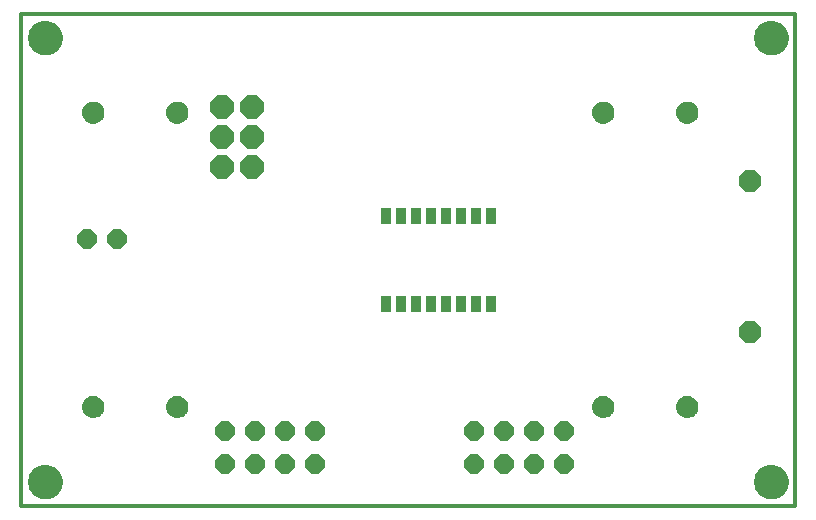
<source format=gbs>
G75*
%MOIN*%
%OFA0B0*%
%FSLAX25Y25*%
%IPPOS*%
%LPD*%
%AMOC8*
5,1,8,0,0,1.08239X$1,22.5*
%
%ADD10C,0.00000*%
%ADD11C,0.11424*%
%ADD12C,0.01200*%
%ADD13OC8,0.06400*%
%ADD14C,0.00500*%
%ADD15OC8,0.07800*%
%ADD16OC8,0.07400*%
%ADD17R,0.03400X0.05400*%
D10*
X0004288Y0009800D02*
X0004290Y0009948D01*
X0004296Y0010096D01*
X0004306Y0010244D01*
X0004320Y0010391D01*
X0004338Y0010538D01*
X0004359Y0010684D01*
X0004385Y0010830D01*
X0004415Y0010975D01*
X0004448Y0011119D01*
X0004486Y0011262D01*
X0004527Y0011404D01*
X0004572Y0011545D01*
X0004620Y0011685D01*
X0004673Y0011824D01*
X0004729Y0011961D01*
X0004789Y0012096D01*
X0004852Y0012230D01*
X0004919Y0012362D01*
X0004990Y0012492D01*
X0005064Y0012620D01*
X0005141Y0012746D01*
X0005222Y0012870D01*
X0005306Y0012992D01*
X0005393Y0013111D01*
X0005484Y0013228D01*
X0005578Y0013343D01*
X0005674Y0013455D01*
X0005774Y0013565D01*
X0005876Y0013671D01*
X0005982Y0013775D01*
X0006090Y0013876D01*
X0006201Y0013974D01*
X0006314Y0014070D01*
X0006430Y0014162D01*
X0006548Y0014251D01*
X0006669Y0014336D01*
X0006792Y0014419D01*
X0006917Y0014498D01*
X0007044Y0014574D01*
X0007173Y0014646D01*
X0007304Y0014715D01*
X0007437Y0014780D01*
X0007572Y0014841D01*
X0007708Y0014899D01*
X0007845Y0014954D01*
X0007984Y0015004D01*
X0008125Y0015051D01*
X0008266Y0015094D01*
X0008409Y0015134D01*
X0008553Y0015169D01*
X0008697Y0015201D01*
X0008843Y0015228D01*
X0008989Y0015252D01*
X0009136Y0015272D01*
X0009283Y0015288D01*
X0009430Y0015300D01*
X0009578Y0015308D01*
X0009726Y0015312D01*
X0009874Y0015312D01*
X0010022Y0015308D01*
X0010170Y0015300D01*
X0010317Y0015288D01*
X0010464Y0015272D01*
X0010611Y0015252D01*
X0010757Y0015228D01*
X0010903Y0015201D01*
X0011047Y0015169D01*
X0011191Y0015134D01*
X0011334Y0015094D01*
X0011475Y0015051D01*
X0011616Y0015004D01*
X0011755Y0014954D01*
X0011892Y0014899D01*
X0012028Y0014841D01*
X0012163Y0014780D01*
X0012296Y0014715D01*
X0012427Y0014646D01*
X0012556Y0014574D01*
X0012683Y0014498D01*
X0012808Y0014419D01*
X0012931Y0014336D01*
X0013052Y0014251D01*
X0013170Y0014162D01*
X0013286Y0014070D01*
X0013399Y0013974D01*
X0013510Y0013876D01*
X0013618Y0013775D01*
X0013724Y0013671D01*
X0013826Y0013565D01*
X0013926Y0013455D01*
X0014022Y0013343D01*
X0014116Y0013228D01*
X0014207Y0013111D01*
X0014294Y0012992D01*
X0014378Y0012870D01*
X0014459Y0012746D01*
X0014536Y0012620D01*
X0014610Y0012492D01*
X0014681Y0012362D01*
X0014748Y0012230D01*
X0014811Y0012096D01*
X0014871Y0011961D01*
X0014927Y0011824D01*
X0014980Y0011685D01*
X0015028Y0011545D01*
X0015073Y0011404D01*
X0015114Y0011262D01*
X0015152Y0011119D01*
X0015185Y0010975D01*
X0015215Y0010830D01*
X0015241Y0010684D01*
X0015262Y0010538D01*
X0015280Y0010391D01*
X0015294Y0010244D01*
X0015304Y0010096D01*
X0015310Y0009948D01*
X0015312Y0009800D01*
X0015310Y0009652D01*
X0015304Y0009504D01*
X0015294Y0009356D01*
X0015280Y0009209D01*
X0015262Y0009062D01*
X0015241Y0008916D01*
X0015215Y0008770D01*
X0015185Y0008625D01*
X0015152Y0008481D01*
X0015114Y0008338D01*
X0015073Y0008196D01*
X0015028Y0008055D01*
X0014980Y0007915D01*
X0014927Y0007776D01*
X0014871Y0007639D01*
X0014811Y0007504D01*
X0014748Y0007370D01*
X0014681Y0007238D01*
X0014610Y0007108D01*
X0014536Y0006980D01*
X0014459Y0006854D01*
X0014378Y0006730D01*
X0014294Y0006608D01*
X0014207Y0006489D01*
X0014116Y0006372D01*
X0014022Y0006257D01*
X0013926Y0006145D01*
X0013826Y0006035D01*
X0013724Y0005929D01*
X0013618Y0005825D01*
X0013510Y0005724D01*
X0013399Y0005626D01*
X0013286Y0005530D01*
X0013170Y0005438D01*
X0013052Y0005349D01*
X0012931Y0005264D01*
X0012808Y0005181D01*
X0012683Y0005102D01*
X0012556Y0005026D01*
X0012427Y0004954D01*
X0012296Y0004885D01*
X0012163Y0004820D01*
X0012028Y0004759D01*
X0011892Y0004701D01*
X0011755Y0004646D01*
X0011616Y0004596D01*
X0011475Y0004549D01*
X0011334Y0004506D01*
X0011191Y0004466D01*
X0011047Y0004431D01*
X0010903Y0004399D01*
X0010757Y0004372D01*
X0010611Y0004348D01*
X0010464Y0004328D01*
X0010317Y0004312D01*
X0010170Y0004300D01*
X0010022Y0004292D01*
X0009874Y0004288D01*
X0009726Y0004288D01*
X0009578Y0004292D01*
X0009430Y0004300D01*
X0009283Y0004312D01*
X0009136Y0004328D01*
X0008989Y0004348D01*
X0008843Y0004372D01*
X0008697Y0004399D01*
X0008553Y0004431D01*
X0008409Y0004466D01*
X0008266Y0004506D01*
X0008125Y0004549D01*
X0007984Y0004596D01*
X0007845Y0004646D01*
X0007708Y0004701D01*
X0007572Y0004759D01*
X0007437Y0004820D01*
X0007304Y0004885D01*
X0007173Y0004954D01*
X0007044Y0005026D01*
X0006917Y0005102D01*
X0006792Y0005181D01*
X0006669Y0005264D01*
X0006548Y0005349D01*
X0006430Y0005438D01*
X0006314Y0005530D01*
X0006201Y0005626D01*
X0006090Y0005724D01*
X0005982Y0005825D01*
X0005876Y0005929D01*
X0005774Y0006035D01*
X0005674Y0006145D01*
X0005578Y0006257D01*
X0005484Y0006372D01*
X0005393Y0006489D01*
X0005306Y0006608D01*
X0005222Y0006730D01*
X0005141Y0006854D01*
X0005064Y0006980D01*
X0004990Y0007108D01*
X0004919Y0007238D01*
X0004852Y0007370D01*
X0004789Y0007504D01*
X0004729Y0007639D01*
X0004673Y0007776D01*
X0004620Y0007915D01*
X0004572Y0008055D01*
X0004527Y0008196D01*
X0004486Y0008338D01*
X0004448Y0008481D01*
X0004415Y0008625D01*
X0004385Y0008770D01*
X0004359Y0008916D01*
X0004338Y0009062D01*
X0004320Y0009209D01*
X0004306Y0009356D01*
X0004296Y0009504D01*
X0004290Y0009652D01*
X0004288Y0009800D01*
X0004288Y0157800D02*
X0004290Y0157948D01*
X0004296Y0158096D01*
X0004306Y0158244D01*
X0004320Y0158391D01*
X0004338Y0158538D01*
X0004359Y0158684D01*
X0004385Y0158830D01*
X0004415Y0158975D01*
X0004448Y0159119D01*
X0004486Y0159262D01*
X0004527Y0159404D01*
X0004572Y0159545D01*
X0004620Y0159685D01*
X0004673Y0159824D01*
X0004729Y0159961D01*
X0004789Y0160096D01*
X0004852Y0160230D01*
X0004919Y0160362D01*
X0004990Y0160492D01*
X0005064Y0160620D01*
X0005141Y0160746D01*
X0005222Y0160870D01*
X0005306Y0160992D01*
X0005393Y0161111D01*
X0005484Y0161228D01*
X0005578Y0161343D01*
X0005674Y0161455D01*
X0005774Y0161565D01*
X0005876Y0161671D01*
X0005982Y0161775D01*
X0006090Y0161876D01*
X0006201Y0161974D01*
X0006314Y0162070D01*
X0006430Y0162162D01*
X0006548Y0162251D01*
X0006669Y0162336D01*
X0006792Y0162419D01*
X0006917Y0162498D01*
X0007044Y0162574D01*
X0007173Y0162646D01*
X0007304Y0162715D01*
X0007437Y0162780D01*
X0007572Y0162841D01*
X0007708Y0162899D01*
X0007845Y0162954D01*
X0007984Y0163004D01*
X0008125Y0163051D01*
X0008266Y0163094D01*
X0008409Y0163134D01*
X0008553Y0163169D01*
X0008697Y0163201D01*
X0008843Y0163228D01*
X0008989Y0163252D01*
X0009136Y0163272D01*
X0009283Y0163288D01*
X0009430Y0163300D01*
X0009578Y0163308D01*
X0009726Y0163312D01*
X0009874Y0163312D01*
X0010022Y0163308D01*
X0010170Y0163300D01*
X0010317Y0163288D01*
X0010464Y0163272D01*
X0010611Y0163252D01*
X0010757Y0163228D01*
X0010903Y0163201D01*
X0011047Y0163169D01*
X0011191Y0163134D01*
X0011334Y0163094D01*
X0011475Y0163051D01*
X0011616Y0163004D01*
X0011755Y0162954D01*
X0011892Y0162899D01*
X0012028Y0162841D01*
X0012163Y0162780D01*
X0012296Y0162715D01*
X0012427Y0162646D01*
X0012556Y0162574D01*
X0012683Y0162498D01*
X0012808Y0162419D01*
X0012931Y0162336D01*
X0013052Y0162251D01*
X0013170Y0162162D01*
X0013286Y0162070D01*
X0013399Y0161974D01*
X0013510Y0161876D01*
X0013618Y0161775D01*
X0013724Y0161671D01*
X0013826Y0161565D01*
X0013926Y0161455D01*
X0014022Y0161343D01*
X0014116Y0161228D01*
X0014207Y0161111D01*
X0014294Y0160992D01*
X0014378Y0160870D01*
X0014459Y0160746D01*
X0014536Y0160620D01*
X0014610Y0160492D01*
X0014681Y0160362D01*
X0014748Y0160230D01*
X0014811Y0160096D01*
X0014871Y0159961D01*
X0014927Y0159824D01*
X0014980Y0159685D01*
X0015028Y0159545D01*
X0015073Y0159404D01*
X0015114Y0159262D01*
X0015152Y0159119D01*
X0015185Y0158975D01*
X0015215Y0158830D01*
X0015241Y0158684D01*
X0015262Y0158538D01*
X0015280Y0158391D01*
X0015294Y0158244D01*
X0015304Y0158096D01*
X0015310Y0157948D01*
X0015312Y0157800D01*
X0015310Y0157652D01*
X0015304Y0157504D01*
X0015294Y0157356D01*
X0015280Y0157209D01*
X0015262Y0157062D01*
X0015241Y0156916D01*
X0015215Y0156770D01*
X0015185Y0156625D01*
X0015152Y0156481D01*
X0015114Y0156338D01*
X0015073Y0156196D01*
X0015028Y0156055D01*
X0014980Y0155915D01*
X0014927Y0155776D01*
X0014871Y0155639D01*
X0014811Y0155504D01*
X0014748Y0155370D01*
X0014681Y0155238D01*
X0014610Y0155108D01*
X0014536Y0154980D01*
X0014459Y0154854D01*
X0014378Y0154730D01*
X0014294Y0154608D01*
X0014207Y0154489D01*
X0014116Y0154372D01*
X0014022Y0154257D01*
X0013926Y0154145D01*
X0013826Y0154035D01*
X0013724Y0153929D01*
X0013618Y0153825D01*
X0013510Y0153724D01*
X0013399Y0153626D01*
X0013286Y0153530D01*
X0013170Y0153438D01*
X0013052Y0153349D01*
X0012931Y0153264D01*
X0012808Y0153181D01*
X0012683Y0153102D01*
X0012556Y0153026D01*
X0012427Y0152954D01*
X0012296Y0152885D01*
X0012163Y0152820D01*
X0012028Y0152759D01*
X0011892Y0152701D01*
X0011755Y0152646D01*
X0011616Y0152596D01*
X0011475Y0152549D01*
X0011334Y0152506D01*
X0011191Y0152466D01*
X0011047Y0152431D01*
X0010903Y0152399D01*
X0010757Y0152372D01*
X0010611Y0152348D01*
X0010464Y0152328D01*
X0010317Y0152312D01*
X0010170Y0152300D01*
X0010022Y0152292D01*
X0009874Y0152288D01*
X0009726Y0152288D01*
X0009578Y0152292D01*
X0009430Y0152300D01*
X0009283Y0152312D01*
X0009136Y0152328D01*
X0008989Y0152348D01*
X0008843Y0152372D01*
X0008697Y0152399D01*
X0008553Y0152431D01*
X0008409Y0152466D01*
X0008266Y0152506D01*
X0008125Y0152549D01*
X0007984Y0152596D01*
X0007845Y0152646D01*
X0007708Y0152701D01*
X0007572Y0152759D01*
X0007437Y0152820D01*
X0007304Y0152885D01*
X0007173Y0152954D01*
X0007044Y0153026D01*
X0006917Y0153102D01*
X0006792Y0153181D01*
X0006669Y0153264D01*
X0006548Y0153349D01*
X0006430Y0153438D01*
X0006314Y0153530D01*
X0006201Y0153626D01*
X0006090Y0153724D01*
X0005982Y0153825D01*
X0005876Y0153929D01*
X0005774Y0154035D01*
X0005674Y0154145D01*
X0005578Y0154257D01*
X0005484Y0154372D01*
X0005393Y0154489D01*
X0005306Y0154608D01*
X0005222Y0154730D01*
X0005141Y0154854D01*
X0005064Y0154980D01*
X0004990Y0155108D01*
X0004919Y0155238D01*
X0004852Y0155370D01*
X0004789Y0155504D01*
X0004729Y0155639D01*
X0004673Y0155776D01*
X0004620Y0155915D01*
X0004572Y0156055D01*
X0004527Y0156196D01*
X0004486Y0156338D01*
X0004448Y0156481D01*
X0004415Y0156625D01*
X0004385Y0156770D01*
X0004359Y0156916D01*
X0004338Y0157062D01*
X0004320Y0157209D01*
X0004306Y0157356D01*
X0004296Y0157504D01*
X0004290Y0157652D01*
X0004288Y0157800D01*
X0246288Y0157800D02*
X0246290Y0157948D01*
X0246296Y0158096D01*
X0246306Y0158244D01*
X0246320Y0158391D01*
X0246338Y0158538D01*
X0246359Y0158684D01*
X0246385Y0158830D01*
X0246415Y0158975D01*
X0246448Y0159119D01*
X0246486Y0159262D01*
X0246527Y0159404D01*
X0246572Y0159545D01*
X0246620Y0159685D01*
X0246673Y0159824D01*
X0246729Y0159961D01*
X0246789Y0160096D01*
X0246852Y0160230D01*
X0246919Y0160362D01*
X0246990Y0160492D01*
X0247064Y0160620D01*
X0247141Y0160746D01*
X0247222Y0160870D01*
X0247306Y0160992D01*
X0247393Y0161111D01*
X0247484Y0161228D01*
X0247578Y0161343D01*
X0247674Y0161455D01*
X0247774Y0161565D01*
X0247876Y0161671D01*
X0247982Y0161775D01*
X0248090Y0161876D01*
X0248201Y0161974D01*
X0248314Y0162070D01*
X0248430Y0162162D01*
X0248548Y0162251D01*
X0248669Y0162336D01*
X0248792Y0162419D01*
X0248917Y0162498D01*
X0249044Y0162574D01*
X0249173Y0162646D01*
X0249304Y0162715D01*
X0249437Y0162780D01*
X0249572Y0162841D01*
X0249708Y0162899D01*
X0249845Y0162954D01*
X0249984Y0163004D01*
X0250125Y0163051D01*
X0250266Y0163094D01*
X0250409Y0163134D01*
X0250553Y0163169D01*
X0250697Y0163201D01*
X0250843Y0163228D01*
X0250989Y0163252D01*
X0251136Y0163272D01*
X0251283Y0163288D01*
X0251430Y0163300D01*
X0251578Y0163308D01*
X0251726Y0163312D01*
X0251874Y0163312D01*
X0252022Y0163308D01*
X0252170Y0163300D01*
X0252317Y0163288D01*
X0252464Y0163272D01*
X0252611Y0163252D01*
X0252757Y0163228D01*
X0252903Y0163201D01*
X0253047Y0163169D01*
X0253191Y0163134D01*
X0253334Y0163094D01*
X0253475Y0163051D01*
X0253616Y0163004D01*
X0253755Y0162954D01*
X0253892Y0162899D01*
X0254028Y0162841D01*
X0254163Y0162780D01*
X0254296Y0162715D01*
X0254427Y0162646D01*
X0254556Y0162574D01*
X0254683Y0162498D01*
X0254808Y0162419D01*
X0254931Y0162336D01*
X0255052Y0162251D01*
X0255170Y0162162D01*
X0255286Y0162070D01*
X0255399Y0161974D01*
X0255510Y0161876D01*
X0255618Y0161775D01*
X0255724Y0161671D01*
X0255826Y0161565D01*
X0255926Y0161455D01*
X0256022Y0161343D01*
X0256116Y0161228D01*
X0256207Y0161111D01*
X0256294Y0160992D01*
X0256378Y0160870D01*
X0256459Y0160746D01*
X0256536Y0160620D01*
X0256610Y0160492D01*
X0256681Y0160362D01*
X0256748Y0160230D01*
X0256811Y0160096D01*
X0256871Y0159961D01*
X0256927Y0159824D01*
X0256980Y0159685D01*
X0257028Y0159545D01*
X0257073Y0159404D01*
X0257114Y0159262D01*
X0257152Y0159119D01*
X0257185Y0158975D01*
X0257215Y0158830D01*
X0257241Y0158684D01*
X0257262Y0158538D01*
X0257280Y0158391D01*
X0257294Y0158244D01*
X0257304Y0158096D01*
X0257310Y0157948D01*
X0257312Y0157800D01*
X0257310Y0157652D01*
X0257304Y0157504D01*
X0257294Y0157356D01*
X0257280Y0157209D01*
X0257262Y0157062D01*
X0257241Y0156916D01*
X0257215Y0156770D01*
X0257185Y0156625D01*
X0257152Y0156481D01*
X0257114Y0156338D01*
X0257073Y0156196D01*
X0257028Y0156055D01*
X0256980Y0155915D01*
X0256927Y0155776D01*
X0256871Y0155639D01*
X0256811Y0155504D01*
X0256748Y0155370D01*
X0256681Y0155238D01*
X0256610Y0155108D01*
X0256536Y0154980D01*
X0256459Y0154854D01*
X0256378Y0154730D01*
X0256294Y0154608D01*
X0256207Y0154489D01*
X0256116Y0154372D01*
X0256022Y0154257D01*
X0255926Y0154145D01*
X0255826Y0154035D01*
X0255724Y0153929D01*
X0255618Y0153825D01*
X0255510Y0153724D01*
X0255399Y0153626D01*
X0255286Y0153530D01*
X0255170Y0153438D01*
X0255052Y0153349D01*
X0254931Y0153264D01*
X0254808Y0153181D01*
X0254683Y0153102D01*
X0254556Y0153026D01*
X0254427Y0152954D01*
X0254296Y0152885D01*
X0254163Y0152820D01*
X0254028Y0152759D01*
X0253892Y0152701D01*
X0253755Y0152646D01*
X0253616Y0152596D01*
X0253475Y0152549D01*
X0253334Y0152506D01*
X0253191Y0152466D01*
X0253047Y0152431D01*
X0252903Y0152399D01*
X0252757Y0152372D01*
X0252611Y0152348D01*
X0252464Y0152328D01*
X0252317Y0152312D01*
X0252170Y0152300D01*
X0252022Y0152292D01*
X0251874Y0152288D01*
X0251726Y0152288D01*
X0251578Y0152292D01*
X0251430Y0152300D01*
X0251283Y0152312D01*
X0251136Y0152328D01*
X0250989Y0152348D01*
X0250843Y0152372D01*
X0250697Y0152399D01*
X0250553Y0152431D01*
X0250409Y0152466D01*
X0250266Y0152506D01*
X0250125Y0152549D01*
X0249984Y0152596D01*
X0249845Y0152646D01*
X0249708Y0152701D01*
X0249572Y0152759D01*
X0249437Y0152820D01*
X0249304Y0152885D01*
X0249173Y0152954D01*
X0249044Y0153026D01*
X0248917Y0153102D01*
X0248792Y0153181D01*
X0248669Y0153264D01*
X0248548Y0153349D01*
X0248430Y0153438D01*
X0248314Y0153530D01*
X0248201Y0153626D01*
X0248090Y0153724D01*
X0247982Y0153825D01*
X0247876Y0153929D01*
X0247774Y0154035D01*
X0247674Y0154145D01*
X0247578Y0154257D01*
X0247484Y0154372D01*
X0247393Y0154489D01*
X0247306Y0154608D01*
X0247222Y0154730D01*
X0247141Y0154854D01*
X0247064Y0154980D01*
X0246990Y0155108D01*
X0246919Y0155238D01*
X0246852Y0155370D01*
X0246789Y0155504D01*
X0246729Y0155639D01*
X0246673Y0155776D01*
X0246620Y0155915D01*
X0246572Y0156055D01*
X0246527Y0156196D01*
X0246486Y0156338D01*
X0246448Y0156481D01*
X0246415Y0156625D01*
X0246385Y0156770D01*
X0246359Y0156916D01*
X0246338Y0157062D01*
X0246320Y0157209D01*
X0246306Y0157356D01*
X0246296Y0157504D01*
X0246290Y0157652D01*
X0246288Y0157800D01*
X0246288Y0009800D02*
X0246290Y0009948D01*
X0246296Y0010096D01*
X0246306Y0010244D01*
X0246320Y0010391D01*
X0246338Y0010538D01*
X0246359Y0010684D01*
X0246385Y0010830D01*
X0246415Y0010975D01*
X0246448Y0011119D01*
X0246486Y0011262D01*
X0246527Y0011404D01*
X0246572Y0011545D01*
X0246620Y0011685D01*
X0246673Y0011824D01*
X0246729Y0011961D01*
X0246789Y0012096D01*
X0246852Y0012230D01*
X0246919Y0012362D01*
X0246990Y0012492D01*
X0247064Y0012620D01*
X0247141Y0012746D01*
X0247222Y0012870D01*
X0247306Y0012992D01*
X0247393Y0013111D01*
X0247484Y0013228D01*
X0247578Y0013343D01*
X0247674Y0013455D01*
X0247774Y0013565D01*
X0247876Y0013671D01*
X0247982Y0013775D01*
X0248090Y0013876D01*
X0248201Y0013974D01*
X0248314Y0014070D01*
X0248430Y0014162D01*
X0248548Y0014251D01*
X0248669Y0014336D01*
X0248792Y0014419D01*
X0248917Y0014498D01*
X0249044Y0014574D01*
X0249173Y0014646D01*
X0249304Y0014715D01*
X0249437Y0014780D01*
X0249572Y0014841D01*
X0249708Y0014899D01*
X0249845Y0014954D01*
X0249984Y0015004D01*
X0250125Y0015051D01*
X0250266Y0015094D01*
X0250409Y0015134D01*
X0250553Y0015169D01*
X0250697Y0015201D01*
X0250843Y0015228D01*
X0250989Y0015252D01*
X0251136Y0015272D01*
X0251283Y0015288D01*
X0251430Y0015300D01*
X0251578Y0015308D01*
X0251726Y0015312D01*
X0251874Y0015312D01*
X0252022Y0015308D01*
X0252170Y0015300D01*
X0252317Y0015288D01*
X0252464Y0015272D01*
X0252611Y0015252D01*
X0252757Y0015228D01*
X0252903Y0015201D01*
X0253047Y0015169D01*
X0253191Y0015134D01*
X0253334Y0015094D01*
X0253475Y0015051D01*
X0253616Y0015004D01*
X0253755Y0014954D01*
X0253892Y0014899D01*
X0254028Y0014841D01*
X0254163Y0014780D01*
X0254296Y0014715D01*
X0254427Y0014646D01*
X0254556Y0014574D01*
X0254683Y0014498D01*
X0254808Y0014419D01*
X0254931Y0014336D01*
X0255052Y0014251D01*
X0255170Y0014162D01*
X0255286Y0014070D01*
X0255399Y0013974D01*
X0255510Y0013876D01*
X0255618Y0013775D01*
X0255724Y0013671D01*
X0255826Y0013565D01*
X0255926Y0013455D01*
X0256022Y0013343D01*
X0256116Y0013228D01*
X0256207Y0013111D01*
X0256294Y0012992D01*
X0256378Y0012870D01*
X0256459Y0012746D01*
X0256536Y0012620D01*
X0256610Y0012492D01*
X0256681Y0012362D01*
X0256748Y0012230D01*
X0256811Y0012096D01*
X0256871Y0011961D01*
X0256927Y0011824D01*
X0256980Y0011685D01*
X0257028Y0011545D01*
X0257073Y0011404D01*
X0257114Y0011262D01*
X0257152Y0011119D01*
X0257185Y0010975D01*
X0257215Y0010830D01*
X0257241Y0010684D01*
X0257262Y0010538D01*
X0257280Y0010391D01*
X0257294Y0010244D01*
X0257304Y0010096D01*
X0257310Y0009948D01*
X0257312Y0009800D01*
X0257310Y0009652D01*
X0257304Y0009504D01*
X0257294Y0009356D01*
X0257280Y0009209D01*
X0257262Y0009062D01*
X0257241Y0008916D01*
X0257215Y0008770D01*
X0257185Y0008625D01*
X0257152Y0008481D01*
X0257114Y0008338D01*
X0257073Y0008196D01*
X0257028Y0008055D01*
X0256980Y0007915D01*
X0256927Y0007776D01*
X0256871Y0007639D01*
X0256811Y0007504D01*
X0256748Y0007370D01*
X0256681Y0007238D01*
X0256610Y0007108D01*
X0256536Y0006980D01*
X0256459Y0006854D01*
X0256378Y0006730D01*
X0256294Y0006608D01*
X0256207Y0006489D01*
X0256116Y0006372D01*
X0256022Y0006257D01*
X0255926Y0006145D01*
X0255826Y0006035D01*
X0255724Y0005929D01*
X0255618Y0005825D01*
X0255510Y0005724D01*
X0255399Y0005626D01*
X0255286Y0005530D01*
X0255170Y0005438D01*
X0255052Y0005349D01*
X0254931Y0005264D01*
X0254808Y0005181D01*
X0254683Y0005102D01*
X0254556Y0005026D01*
X0254427Y0004954D01*
X0254296Y0004885D01*
X0254163Y0004820D01*
X0254028Y0004759D01*
X0253892Y0004701D01*
X0253755Y0004646D01*
X0253616Y0004596D01*
X0253475Y0004549D01*
X0253334Y0004506D01*
X0253191Y0004466D01*
X0253047Y0004431D01*
X0252903Y0004399D01*
X0252757Y0004372D01*
X0252611Y0004348D01*
X0252464Y0004328D01*
X0252317Y0004312D01*
X0252170Y0004300D01*
X0252022Y0004292D01*
X0251874Y0004288D01*
X0251726Y0004288D01*
X0251578Y0004292D01*
X0251430Y0004300D01*
X0251283Y0004312D01*
X0251136Y0004328D01*
X0250989Y0004348D01*
X0250843Y0004372D01*
X0250697Y0004399D01*
X0250553Y0004431D01*
X0250409Y0004466D01*
X0250266Y0004506D01*
X0250125Y0004549D01*
X0249984Y0004596D01*
X0249845Y0004646D01*
X0249708Y0004701D01*
X0249572Y0004759D01*
X0249437Y0004820D01*
X0249304Y0004885D01*
X0249173Y0004954D01*
X0249044Y0005026D01*
X0248917Y0005102D01*
X0248792Y0005181D01*
X0248669Y0005264D01*
X0248548Y0005349D01*
X0248430Y0005438D01*
X0248314Y0005530D01*
X0248201Y0005626D01*
X0248090Y0005724D01*
X0247982Y0005825D01*
X0247876Y0005929D01*
X0247774Y0006035D01*
X0247674Y0006145D01*
X0247578Y0006257D01*
X0247484Y0006372D01*
X0247393Y0006489D01*
X0247306Y0006608D01*
X0247222Y0006730D01*
X0247141Y0006854D01*
X0247064Y0006980D01*
X0246990Y0007108D01*
X0246919Y0007238D01*
X0246852Y0007370D01*
X0246789Y0007504D01*
X0246729Y0007639D01*
X0246673Y0007776D01*
X0246620Y0007915D01*
X0246572Y0008055D01*
X0246527Y0008196D01*
X0246486Y0008338D01*
X0246448Y0008481D01*
X0246415Y0008625D01*
X0246385Y0008770D01*
X0246359Y0008916D01*
X0246338Y0009062D01*
X0246320Y0009209D01*
X0246306Y0009356D01*
X0246296Y0009504D01*
X0246290Y0009652D01*
X0246288Y0009800D01*
D11*
X0251800Y0009800D03*
X0251800Y0157800D03*
X0009800Y0157800D03*
X0009800Y0009800D03*
D12*
X0001800Y0001800D02*
X0001800Y0165501D01*
X0001800Y0165800D02*
X0259800Y0165800D01*
X0259800Y0001800D01*
X0259721Y0001800D02*
X0001800Y0001800D01*
D13*
X0069800Y0015800D03*
X0079800Y0015800D03*
X0089800Y0015800D03*
X0099800Y0015800D03*
X0099800Y0026800D03*
X0089800Y0026800D03*
X0079800Y0026800D03*
X0069800Y0026800D03*
X0152800Y0026800D03*
X0162800Y0026800D03*
X0172800Y0026800D03*
X0182800Y0026800D03*
X0182800Y0015800D03*
X0172800Y0015800D03*
X0162800Y0015800D03*
X0152800Y0015800D03*
X0033800Y0090800D03*
X0023800Y0090800D03*
D14*
X0025700Y0129400D02*
X0026374Y0129457D01*
X0027024Y0129644D01*
X0027625Y0129954D01*
X0028154Y0130375D01*
X0028591Y0130892D01*
X0028918Y0131484D01*
X0029124Y0132128D01*
X0029200Y0132800D01*
X0029145Y0133455D01*
X0028964Y0134086D01*
X0028663Y0134670D01*
X0028254Y0135183D01*
X0027753Y0135608D01*
X0027178Y0135926D01*
X0026553Y0136126D01*
X0025900Y0136200D01*
X0025243Y0136165D01*
X0024606Y0136003D01*
X0024013Y0135720D01*
X0023487Y0135326D01*
X0023047Y0134837D01*
X0022712Y0134271D01*
X0022493Y0133651D01*
X0022400Y0133000D01*
X0022437Y0132324D01*
X0022605Y0131668D01*
X0022898Y0131058D01*
X0023304Y0130517D01*
X0023809Y0130065D01*
X0024391Y0129720D01*
X0025030Y0129496D01*
X0025700Y0129400D01*
X0025567Y0129419D02*
X0025925Y0129419D01*
X0027555Y0129917D02*
X0024058Y0129917D01*
X0023417Y0130416D02*
X0028188Y0130416D01*
X0028603Y0130914D02*
X0023006Y0130914D01*
X0022728Y0131413D02*
X0028879Y0131413D01*
X0029055Y0131911D02*
X0022543Y0131911D01*
X0022432Y0132410D02*
X0029156Y0132410D01*
X0029191Y0132908D02*
X0022405Y0132908D01*
X0022458Y0133407D02*
X0029149Y0133407D01*
X0029016Y0133905D02*
X0022583Y0133905D01*
X0022791Y0134404D02*
X0028800Y0134404D01*
X0028478Y0134903D02*
X0023106Y0134903D01*
X0023587Y0135401D02*
X0027997Y0135401D01*
X0027226Y0135900D02*
X0024389Y0135900D01*
X0050400Y0133000D02*
X0050437Y0132324D01*
X0050605Y0131668D01*
X0050898Y0131058D01*
X0051304Y0130517D01*
X0051809Y0130065D01*
X0052391Y0129720D01*
X0053030Y0129496D01*
X0053700Y0129400D01*
X0054374Y0129457D01*
X0055024Y0129644D01*
X0055625Y0129954D01*
X0056154Y0130375D01*
X0056591Y0130892D01*
X0056918Y0131484D01*
X0057124Y0132128D01*
X0057200Y0132800D01*
X0057145Y0133455D01*
X0056964Y0134086D01*
X0056663Y0134670D01*
X0056254Y0135183D01*
X0055753Y0135608D01*
X0055178Y0135926D01*
X0054553Y0136126D01*
X0053900Y0136200D01*
X0053243Y0136165D01*
X0052606Y0136003D01*
X0052013Y0135720D01*
X0051487Y0135326D01*
X0051047Y0134837D01*
X0050712Y0134271D01*
X0050493Y0133651D01*
X0050400Y0133000D01*
X0050405Y0132908D02*
X0057191Y0132908D01*
X0057156Y0132410D02*
X0050432Y0132410D01*
X0050543Y0131911D02*
X0057055Y0131911D01*
X0056879Y0131413D02*
X0050728Y0131413D01*
X0051006Y0130914D02*
X0056603Y0130914D01*
X0056188Y0130416D02*
X0051417Y0130416D01*
X0052058Y0129917D02*
X0055555Y0129917D01*
X0053925Y0129419D02*
X0053567Y0129419D01*
X0050458Y0133407D02*
X0057149Y0133407D01*
X0057016Y0133905D02*
X0050583Y0133905D01*
X0050791Y0134404D02*
X0056800Y0134404D01*
X0056478Y0134903D02*
X0051106Y0134903D01*
X0051587Y0135401D02*
X0055997Y0135401D01*
X0055226Y0135900D02*
X0052389Y0135900D01*
X0192400Y0133000D02*
X0192437Y0132324D01*
X0192605Y0131668D01*
X0192898Y0131058D01*
X0193304Y0130517D01*
X0193809Y0130065D01*
X0194391Y0129720D01*
X0195030Y0129496D01*
X0195700Y0129400D01*
X0196374Y0129457D01*
X0197024Y0129644D01*
X0197625Y0129954D01*
X0198154Y0130375D01*
X0198591Y0130892D01*
X0198918Y0131484D01*
X0199124Y0132128D01*
X0199200Y0132800D01*
X0199145Y0133455D01*
X0198964Y0134086D01*
X0198663Y0134670D01*
X0198254Y0135183D01*
X0197753Y0135608D01*
X0197178Y0135926D01*
X0196553Y0136126D01*
X0195900Y0136200D01*
X0195243Y0136165D01*
X0194606Y0136003D01*
X0194013Y0135720D01*
X0193487Y0135326D01*
X0193047Y0134837D01*
X0192712Y0134271D01*
X0192493Y0133651D01*
X0192400Y0133000D01*
X0192405Y0132908D02*
X0199191Y0132908D01*
X0199156Y0132410D02*
X0192432Y0132410D01*
X0192543Y0131911D02*
X0199055Y0131911D01*
X0198879Y0131413D02*
X0192728Y0131413D01*
X0193006Y0130914D02*
X0198603Y0130914D01*
X0198188Y0130416D02*
X0193417Y0130416D01*
X0194058Y0129917D02*
X0197555Y0129917D01*
X0195925Y0129419D02*
X0195567Y0129419D01*
X0192458Y0133407D02*
X0199149Y0133407D01*
X0199016Y0133905D02*
X0192583Y0133905D01*
X0192791Y0134404D02*
X0198800Y0134404D01*
X0198478Y0134903D02*
X0193106Y0134903D01*
X0193587Y0135401D02*
X0197997Y0135401D01*
X0197226Y0135900D02*
X0194389Y0135900D01*
X0220400Y0133000D02*
X0220437Y0132324D01*
X0220605Y0131668D01*
X0220898Y0131058D01*
X0221304Y0130517D01*
X0221809Y0130065D01*
X0222391Y0129720D01*
X0223030Y0129496D01*
X0223700Y0129400D01*
X0224374Y0129457D01*
X0225024Y0129644D01*
X0225625Y0129954D01*
X0226154Y0130375D01*
X0226591Y0130892D01*
X0226918Y0131484D01*
X0227124Y0132128D01*
X0227200Y0132800D01*
X0227145Y0133455D01*
X0226964Y0134086D01*
X0226663Y0134670D01*
X0226254Y0135183D01*
X0225753Y0135608D01*
X0225178Y0135926D01*
X0224553Y0136126D01*
X0223900Y0136200D01*
X0223243Y0136165D01*
X0222606Y0136003D01*
X0222013Y0135720D01*
X0221487Y0135326D01*
X0221047Y0134837D01*
X0220712Y0134271D01*
X0220493Y0133651D01*
X0220400Y0133000D01*
X0220405Y0132908D02*
X0227191Y0132908D01*
X0227156Y0132410D02*
X0220432Y0132410D01*
X0220543Y0131911D02*
X0227055Y0131911D01*
X0226879Y0131413D02*
X0220728Y0131413D01*
X0221006Y0130914D02*
X0226603Y0130914D01*
X0226188Y0130416D02*
X0221417Y0130416D01*
X0222058Y0129917D02*
X0225555Y0129917D01*
X0223925Y0129419D02*
X0223567Y0129419D01*
X0220458Y0133407D02*
X0227149Y0133407D01*
X0227016Y0133905D02*
X0220583Y0133905D01*
X0220791Y0134404D02*
X0226800Y0134404D01*
X0226478Y0134903D02*
X0221106Y0134903D01*
X0221587Y0135401D02*
X0225997Y0135401D01*
X0225226Y0135900D02*
X0222389Y0135900D01*
X0223900Y0038200D02*
X0223226Y0038143D01*
X0222576Y0037956D01*
X0221975Y0037646D01*
X0221446Y0037225D01*
X0221009Y0036708D01*
X0220682Y0036116D01*
X0220476Y0035472D01*
X0220400Y0034800D01*
X0220455Y0034145D01*
X0220636Y0033514D01*
X0220937Y0032930D01*
X0221346Y0032417D01*
X0221847Y0031992D01*
X0222422Y0031674D01*
X0223047Y0031474D01*
X0223700Y0031400D01*
X0224357Y0031435D01*
X0224994Y0031597D01*
X0225587Y0031880D01*
X0226113Y0032274D01*
X0226553Y0032763D01*
X0226888Y0033329D01*
X0227107Y0033949D01*
X0227200Y0034600D01*
X0227163Y0035276D01*
X0226995Y0035932D01*
X0226702Y0036542D01*
X0226296Y0037083D01*
X0225791Y0037535D01*
X0225209Y0037880D01*
X0224570Y0038104D01*
X0223900Y0038200D01*
X0223961Y0038191D02*
X0223797Y0038191D01*
X0225525Y0037693D02*
X0222065Y0037693D01*
X0221420Y0037194D02*
X0226172Y0037194D01*
X0226587Y0036696D02*
X0221002Y0036696D01*
X0220727Y0036197D02*
X0226867Y0036197D01*
X0227055Y0035699D02*
X0220548Y0035699D01*
X0220445Y0035200D02*
X0227167Y0035200D01*
X0227194Y0034702D02*
X0220408Y0034702D01*
X0220450Y0034203D02*
X0227143Y0034203D01*
X0227021Y0033705D02*
X0220581Y0033705D01*
X0220795Y0033206D02*
X0226815Y0033206D01*
X0226503Y0032708D02*
X0221114Y0032708D01*
X0221591Y0032209D02*
X0226026Y0032209D01*
X0225232Y0031711D02*
X0222356Y0031711D01*
X0199200Y0034600D02*
X0199163Y0035276D01*
X0198995Y0035932D01*
X0198702Y0036542D01*
X0198296Y0037083D01*
X0197791Y0037535D01*
X0197209Y0037880D01*
X0196570Y0038104D01*
X0195900Y0038200D01*
X0195226Y0038143D01*
X0194576Y0037956D01*
X0193975Y0037646D01*
X0193446Y0037225D01*
X0193009Y0036708D01*
X0192682Y0036116D01*
X0192476Y0035472D01*
X0192400Y0034800D01*
X0192455Y0034145D01*
X0192636Y0033514D01*
X0192937Y0032930D01*
X0193346Y0032417D01*
X0193847Y0031992D01*
X0194422Y0031674D01*
X0195047Y0031474D01*
X0195700Y0031400D01*
X0196357Y0031435D01*
X0196994Y0031597D01*
X0197587Y0031880D01*
X0198113Y0032274D01*
X0198553Y0032763D01*
X0198888Y0033329D01*
X0199107Y0033949D01*
X0199200Y0034600D01*
X0199194Y0034702D02*
X0192408Y0034702D01*
X0192445Y0035200D02*
X0199167Y0035200D01*
X0199055Y0035699D02*
X0192548Y0035699D01*
X0192727Y0036197D02*
X0198867Y0036197D01*
X0198587Y0036696D02*
X0193002Y0036696D01*
X0193420Y0037194D02*
X0198172Y0037194D01*
X0197525Y0037693D02*
X0194065Y0037693D01*
X0195797Y0038191D02*
X0195961Y0038191D01*
X0199143Y0034203D02*
X0192450Y0034203D01*
X0192581Y0033705D02*
X0199021Y0033705D01*
X0198815Y0033206D02*
X0192795Y0033206D01*
X0193114Y0032708D02*
X0198503Y0032708D01*
X0198026Y0032209D02*
X0193591Y0032209D01*
X0194356Y0031711D02*
X0197232Y0031711D01*
X0057200Y0034600D02*
X0057163Y0035276D01*
X0056995Y0035932D01*
X0056702Y0036542D01*
X0056296Y0037083D01*
X0055791Y0037535D01*
X0055209Y0037880D01*
X0054570Y0038104D01*
X0053900Y0038200D01*
X0053226Y0038143D01*
X0052576Y0037956D01*
X0051975Y0037646D01*
X0051446Y0037225D01*
X0051009Y0036708D01*
X0050682Y0036116D01*
X0050476Y0035472D01*
X0050400Y0034800D01*
X0050455Y0034145D01*
X0050636Y0033514D01*
X0050937Y0032930D01*
X0051346Y0032417D01*
X0051847Y0031992D01*
X0052422Y0031674D01*
X0053047Y0031474D01*
X0053700Y0031400D01*
X0054357Y0031435D01*
X0054994Y0031597D01*
X0055587Y0031880D01*
X0056113Y0032274D01*
X0056553Y0032763D01*
X0056888Y0033329D01*
X0057107Y0033949D01*
X0057200Y0034600D01*
X0057194Y0034702D02*
X0050408Y0034702D01*
X0050445Y0035200D02*
X0057167Y0035200D01*
X0057055Y0035699D02*
X0050548Y0035699D01*
X0050727Y0036197D02*
X0056867Y0036197D01*
X0056587Y0036696D02*
X0051002Y0036696D01*
X0051420Y0037194D02*
X0056172Y0037194D01*
X0055525Y0037693D02*
X0052065Y0037693D01*
X0053797Y0038191D02*
X0053961Y0038191D01*
X0057143Y0034203D02*
X0050450Y0034203D01*
X0050581Y0033705D02*
X0057021Y0033705D01*
X0056815Y0033206D02*
X0050795Y0033206D01*
X0051114Y0032708D02*
X0056503Y0032708D01*
X0056026Y0032209D02*
X0051591Y0032209D01*
X0052356Y0031711D02*
X0055232Y0031711D01*
X0029200Y0034600D02*
X0029163Y0035276D01*
X0028995Y0035932D01*
X0028702Y0036542D01*
X0028296Y0037083D01*
X0027791Y0037535D01*
X0027209Y0037880D01*
X0026570Y0038104D01*
X0025900Y0038200D01*
X0025226Y0038143D01*
X0024576Y0037956D01*
X0023975Y0037646D01*
X0023446Y0037225D01*
X0023009Y0036708D01*
X0022682Y0036116D01*
X0022476Y0035472D01*
X0022400Y0034800D01*
X0022455Y0034145D01*
X0022636Y0033514D01*
X0022937Y0032930D01*
X0023346Y0032417D01*
X0023847Y0031992D01*
X0024422Y0031674D01*
X0025047Y0031474D01*
X0025700Y0031400D01*
X0026357Y0031435D01*
X0026994Y0031597D01*
X0027587Y0031880D01*
X0028113Y0032274D01*
X0028553Y0032763D01*
X0028888Y0033329D01*
X0029107Y0033949D01*
X0029200Y0034600D01*
X0029194Y0034702D02*
X0022408Y0034702D01*
X0022445Y0035200D02*
X0029167Y0035200D01*
X0029055Y0035699D02*
X0022548Y0035699D01*
X0022727Y0036197D02*
X0028867Y0036197D01*
X0028587Y0036696D02*
X0023002Y0036696D01*
X0023420Y0037194D02*
X0028172Y0037194D01*
X0027525Y0037693D02*
X0024065Y0037693D01*
X0025797Y0038191D02*
X0025961Y0038191D01*
X0029143Y0034203D02*
X0022450Y0034203D01*
X0022581Y0033705D02*
X0029021Y0033705D01*
X0028815Y0033206D02*
X0022795Y0033206D01*
X0023114Y0032708D02*
X0028503Y0032708D01*
X0028026Y0032209D02*
X0023591Y0032209D01*
X0024356Y0031711D02*
X0027232Y0031711D01*
D15*
X0068800Y0114800D03*
X0078800Y0114800D03*
X0078800Y0124800D03*
X0068800Y0124800D03*
X0068800Y0134800D03*
X0078800Y0134800D03*
D16*
X0244800Y0109997D03*
X0244800Y0059603D03*
D17*
X0158300Y0069233D03*
X0153300Y0069233D03*
X0148300Y0069233D03*
X0143300Y0069233D03*
X0138300Y0069233D03*
X0133300Y0069233D03*
X0128300Y0069233D03*
X0123300Y0069233D03*
X0123300Y0098367D03*
X0128300Y0098367D03*
X0133300Y0098367D03*
X0138300Y0098367D03*
X0143300Y0098367D03*
X0148300Y0098367D03*
X0153300Y0098367D03*
X0158300Y0098367D03*
M02*

</source>
